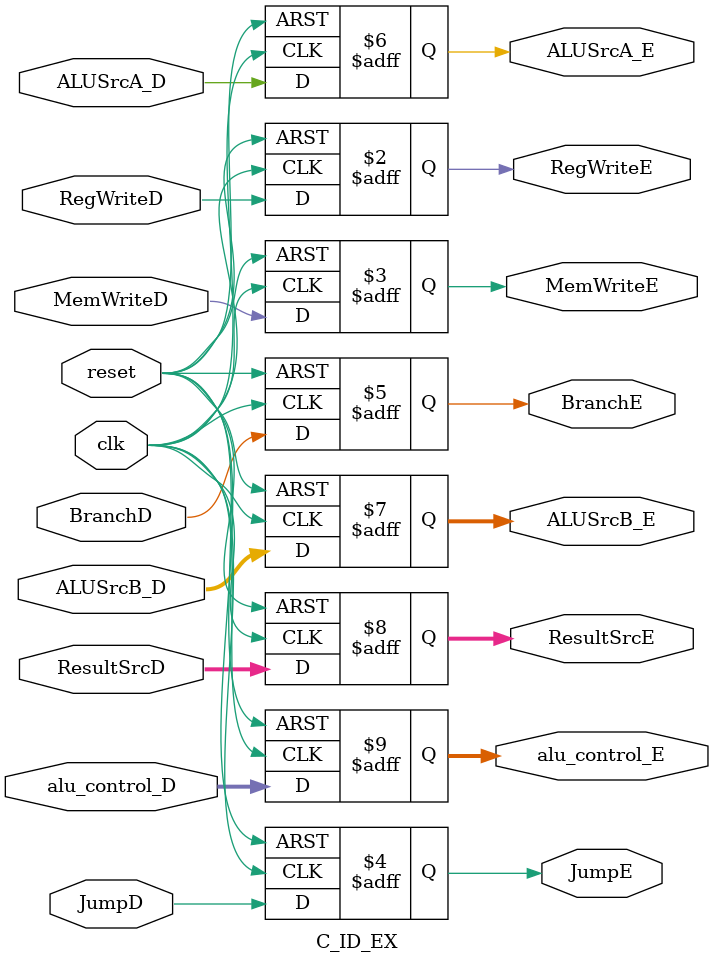
<source format=v>


module C_ID_EX (clk, reset, RegWriteD, MemWriteD, JumpD, BranchD, ALUSrcA_D, ALUSrcB_D, ResultSrcD,
RegWriteE, MemWriteE, JumpE, BranchE,  ALUSrcA_E, ALUSrcB_E, ResultSrcE,alu_control_D, alu_control_E);
 
        input clk, reset;
        input  RegWriteD, MemWriteD, JumpD, BranchD, ALUSrcA_D;
		input  [1:0] ALUSrcB_D;
        input  [1:0] ResultSrcD;
        input  [3:0] alu_control_D; 
        output  reg RegWriteE, MemWriteE, JumpE, BranchE,  ALUSrcA_E;
		output reg[1:0] ALUSrcB_E;
        output  reg[1:0] ResultSrcE;
        output  reg[3:0] alu_control_E;

always @( posedge clk, posedge reset ) begin

		if (reset) begin
			RegWriteE <= 0;
			MemWriteE <= 0;
			JumpE <= 0;
			BranchE <= 0; 
			ALUSrcA_E <= 0;
			ALUSrcB_E <= 0;
			ResultSrcE <= 0;
			alu_control_E <= 0;          
		end

		
		else begin
			RegWriteE <= RegWriteD;
			MemWriteE <= MemWriteD;
			JumpE <= JumpD;
			BranchE <= BranchD; 
			ALUSrcA_E <= ALUSrcA_D;
			ALUSrcB_E <= ALUSrcB_D;
			ResultSrcE <= ResultSrcD;
			alu_control_E <= alu_control_D;   
		end
		 
	 end
  
endmodule


    

</source>
